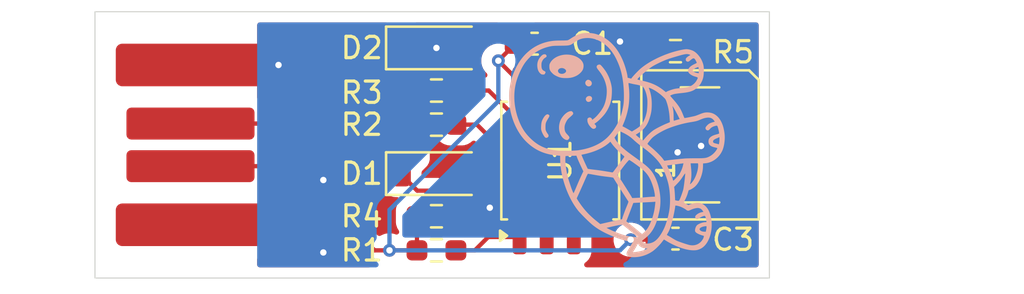
<source format=kicad_pcb>
(kicad_pcb (version 20241229) (generator "pcbnew") (generator_version "9.0")
  (layers (0 "F.Cu" signal) (2 "B.Cu" signal) (13 "F.Paste" user) (15 "B.Paste" user) (5 "F.SilkS" user "F.Silkscreen") (7 "B.SilkS" user "B.Silkscreen") (1 "F.Mask" user) (3 "B.Mask" user) (25 "Edge.Cuts" user))
  (net 0 "")
  (net 1 "VCC")
  (net 2 "GND")
  (net 3 "Net-(D1-K)")
  (net 4 "Net-(D2-K)")
  (net 5 "Net-(D3-DIN)")
  (net 6 "Net-(U1-~{RESET}{slash}PB5)")
  (net 7 "PB4")
  (net 8 "PB3")
  (net 9 "PB0")
  (net 10 "PB2")
  (net 11 "PB1")
  (footprint "Resistor_SMD:R_0603_1608Metric_Pad0.98x0.95mm_HandSolder" (layer "F.Cu") (at 46 26.2 180)
    (property "Reference" "R1" (at 3.5 0 0) (layer "F.SilkS"))
    (property "Value" "10k")
    (pad "1" smd roundrect (at -0.9125 0 180) (size 0.975 0.95) (layers "F.Cu" "F.Mask" "F.Paste") (net 6 "Net-(U1-~{RESET}{slash}PB5)"))
    (pad "2" smd roundrect (at 0.9125 0 180) (size 0.975 0.95) (layers "F.Cu" "F.Mask" "F.Paste") (net 1 "VCC"))
  )
  (footprint "Resistor_SMD:R_0603_1608Metric_Pad0.98x0.95mm_HandSolder" (layer "F.Cu") (at 46 18.7 180)
    (property "Reference" "R3" (at 3.5 -0.1 0) (layer "F.SilkS"))
    (property "Value" "68")
    (pad "1" smd roundrect (at -0.9125 0 180) (size 0.975 0.95) (layers "F.Cu" "F.Mask" "F.Paste") (net 7 "PB4"))
    (pad "2" smd roundrect (at 0.9125 0 180) (size 0.975 0.95) (layers "F.Cu" "F.Mask" "F.Paste") (net 4 "Net-(D2-K)"))
  )
  (footprint "Resistor_SMD:R_0603_1608Metric_Pad0.98x0.95mm_HandSolder" (layer "F.Cu") (at 46 24.6)
    (property "Reference" "R4" (at -3.5 0 0) (layer "F.SilkS"))
    (property "Value" "1.5k")
    (pad "1" smd roundrect (at -0.9125 0) (size 0.975 0.95) (layers "F.Cu" "F.Mask" "F.Paste") (net 1 "VCC"))
    (pad "2" smd roundrect (at 0.9125 0) (size 0.975 0.95) (layers "F.Cu" "F.Mask" "F.Paste") (net 3 "Net-(D1-K)"))
  )
  (footprint "Capacitor_SMD:C_0603_1608Metric_Pad1.08x0.95mm_HandSolder" (layer "F.Cu") (at 57.2 25.65)
    (property "Reference" "C3" (at 2.7 0.05 0) (layer "F.SilkS"))
    (property "Value" "100nF")
    (pad "1" smd roundrect (at -0.8625 0) (size 1.075 0.95) (layers "F.Cu" "F.Mask" "F.Paste") (net 1 "VCC"))
    (pad "2" smd roundrect (at 0.8625 0) (size 1.075 0.95) (layers "F.Cu" "F.Mask" "F.Paste") (net 2 "GND"))
  )
  (footprint "Capacitor_SMD:C_0603_1608Metric_Pad1.08x0.95mm_HandSolder" (layer "F.Cu") (at 50.6 16.5)
    (property "Reference" "C1" (at 2.7 0 0) (layer "F.SilkS"))
    (property "Value" "100nF")
    (pad "1" smd roundrect (at -0.8625 0) (size 1.075 0.95) (layers "F.Cu" "F.Mask" "F.Paste") (net 1 "VCC"))
    (pad "2" smd roundrect (at 0.8625 0) (size 1.075 0.95) (layers "F.Cu" "F.Mask" "F.Paste") (net 2 "GND"))
  )
  (footprint "LED_SMD:LED_WS2812B_PLCC4_5.0x5.0mm_P3.2mm" (layer "F.Cu") (at 58.35 21.25 90)
    (property "Reference" "D3" (hide yes))
    (property "Value" "WS2812B")
    (fp_text user "1" (at -1.2 -1.6 90) (layer "F.SilkS") (effects (font (size 0.8 0.8))))
    (pad "1" smd roundrect (at -2.45 -1.65 90) (size 1.5 0.9) (layers "F.Cu" "F.Mask" "F.Paste") (roundrect_rratio 0.1) (net 1 "VCC"))
    (pad "2" smd roundrect (at -2.45 1.65 90) (size 1.5 0.9) (layers "F.Cu" "F.Mask" "F.Paste") (roundrect_rratio 0.1))
    (pad "3" smd roundrect (at 2.45 1.65 90) (size 1.5 0.9) (layers "F.Cu" "F.Mask" "F.Paste") (roundrect_rratio 0.1) (net 2 "GND"))
    (pad "4" smd roundrect (at 2.45 -1.65 90) (size 1.5 0.9) (layers "F.Cu" "F.Mask" "F.Paste") (roundrect_rratio 0.1) (net 5 "Net-(D3-DIN)"))
  )
  (footprint "Resistor_SMD:R_0603_1608Metric_Pad0.98x0.95mm_HandSolder" (layer "F.Cu") (at 57.2 16.85)
    (property "Reference" "R5" (at 2.7 0.05 0) (layer "F.SilkS"))
    (property "Value" "470")
    (pad "1" smd roundrect (at -0.9125 0) (size 0.975 0.95) (layers "F.Cu" "F.Mask" "F.Paste") (net 10 "PB2"))
    (pad "2" smd roundrect (at 0.9125 0) (size 0.975 0.95) (layers "F.Cu" "F.Mask" "F.Paste") (net 5 "Net-(D3-DIN)"))
  )
  (footprint "Diode_SMD:D_SOD-123" (layer "F.Cu") (at 46 16.7)
    (property "Reference" "D2" (at -3.5 0 0) (layer "F.SilkS"))
    (property "Value" "3V6")
    (pad "1" smd roundrect (at -1.65 0) (size 0.9 1.2) (layers "F.Cu" "F.Mask" "F.Paste") (net 4 "Net-(D2-K)"))
    (pad "2" smd roundrect (at 1.65 0) (size 0.9 1.2) (layers "F.Cu" "F.Mask" "F.Paste") (net 2 "GND"))
  )
  (footprint "arthur:USB A Male PCB" (layer "F.Cu") (at 34.475 21.25)
    (property "Reference" "U2" (hide yes))
    (property "Value" "~" (hide yes))
    (pad "1" smd roundrect (at 0 3.75) (size 7 2) (layers "F.Cu" "F.Mask" "F.Paste") (roundrect_rratio 0.15) (net 1 "VCC"))
    (pad "2" smd roundrect (at 0 1) (size 6 1.5) (layers "F.Cu" "F.Mask" "F.Paste") (roundrect_rratio 0.15) (net 3 "Net-(D1-K)"))
    (pad "3" smd roundrect (at 0 -1) (size 6 1.5) (layers "F.Cu" "F.Mask" "F.Paste") (roundrect_rratio 0.15) (net 4 "Net-(D2-K)"))
    (pad "4" smd roundrect (at 0 -3.75) (size 7 2) (layers "F.Cu" "F.Mask" "F.Paste") (roundrect_rratio 0.15) (net 2 "GND"))
  )
  (footprint "Diode_SMD:D_SOD-123" (layer "F.Cu") (at 46 22.6)
    (property "Reference" "D1" (at -3.5 0 0) (layer "F.SilkS"))
    (property "Value" "3V6")
    (pad "1" smd roundrect (at -1.65 0) (size 0.9 1.2) (layers "F.Cu" "F.Mask" "F.Paste") (net 3 "Net-(D1-K)"))
    (pad "2" smd roundrect (at 1.65 0) (size 0.9 1.2) (layers "F.Cu" "F.Mask" "F.Paste") (net 2 "GND"))
  )
  (footprint "Resistor_SMD:R_0603_1608Metric_Pad0.98x0.95mm_HandSolder" (layer "F.Cu") (at 46 20.3 180)
    (property "Reference" "R2" (at 3.5 0 0) (layer "F.SilkS"))
    (property "Value" "68")
    (pad "1" smd roundrect (at -0.9125 0 180) (size 0.975 0.95) (layers "F.Cu" "F.Mask" "F.Paste") (net 8 "PB3"))
    (pad "2" smd roundrect (at 0.9125 0 180) (size 0.975 0.95) (layers "F.Cu" "F.Mask" "F.Paste") (net 3 "Net-(D1-K)"))
  )
  (footprint "Package_SO:SOIC-8_5.3x5.3mm_P1.27mm" (layer "F.Cu") (at 51.8 21.9875 90)
    (property "Reference" "U1" (at 0 0 90) (layer "F.SilkS"))
    (property "Value" "ATtiny85-20S" (hide yes))
    (pad "1" smd roundrect (at -3.5875 -1.905 90) (size 1.625 0.65) (layers "F.Cu" "F.Mask" "F.Paste") (net 6 "Net-(U1-~{RESET}{slash}PB5)"))
    (pad "2" smd roundrect (at -3.5875 -0.635 90) (size 1.625 0.65) (layers "F.Cu" "F.Mask" "F.Paste") (net 8 "PB3"))
    (pad "3" smd roundrect (at -3.5875 0.635 90) (size 1.625 0.65) (layers "F.Cu" "F.Mask" "F.Paste") (net 7 "PB4"))
    (pad "4" smd roundrect (at -3.5875 1.905 90) (size 1.625 0.65) (layers "F.Cu" "F.Mask" "F.Paste") (net 2 "GND"))
    (pad "5" smd roundrect (at 3.5875 1.905 90) (size 1.625 0.65) (layers "F.Cu" "F.Mask" "F.Paste") (net 9 "PB0"))
    (pad "6" smd roundrect (at 3.5875 0.635 90) (size 1.625 0.65) (layers "F.Cu" "F.Mask" "F.Paste") (net 11 "PB1"))
    (pad "7" smd roundrect (at 3.5875 -0.635 90) (size 1.625 0.65) (layers "F.Cu" "F.Mask" "F.Paste") (net 10 "PB2"))
    (pad "8" smd roundrect (at 3.5875 -1.905 90) (size 1.625 0.65) (layers "F.Cu" "F.Mask" "F.Paste") (net 1 "VCC"))
  )
  (footprint "arthur:Tortue" (layer "B.Cu") (at 59.742339 15.729088 -90)
    (property "Reference" "REF**" (hide yes))
    (property "Value" "Tortue" (hide yes))
  )
  (gr_rect (start 30 15) (end 61.6 27.5) (stroke (width 0.05)) (fill no) (layer "Edge.Cuts"))
  (segment (start 34.475 25) (end 41.9 25) (width 0.2) (layer "F.Cu") (net 1))
  (segment (start 48.9 17.3) (end 49.895 18.295) (width 0.2) (layer "F.Cu") (net 1))
  (segment (start 45.0875 26.2) (end 45.0875 24.6) (width 0.2) (layer "F.Cu") (net 1))
  (segment (start 56.2875 25.7) (end 56.3375 25.65) (width 0.2) (layer "F.Cu") (net 1))
  (segment (start 49.3 16.3) (end 49.5375 16.3) (width 0.2) (layer "F.Cu") (net 1))
  (segment (start 56.6 25.3875) (end 56.6 23.8) (width 0.2) (layer "F.Cu") (net 1))
  (segment (start 43.1 26.2) (end 43.8 26.2) (width 0.2) (layer "F.Cu") (net 1))
  (segment (start 55.1 25.7) (end 56.2875 25.7) (width 0.2) (layer "F.Cu") (net 1))
  (segment (start 56.6 23.8) (end 56.7 23.7) (width 0.2) (layer "F.Cu") (net 1))
  (segment (start 48.9 17.3) (end 49.6 16.6) (width 0.2) (layer "F.Cu") (net 1))
  (segment (start 41.9 25) (end 43.1 26.2) (width 0.2) (layer "F.Cu") (net 1))
  (segment (start 49.895 18.295) (end 49.895 18.4) (width 0.2) (layer "F.Cu") (net 1))
  (segment (start 43.8 26.2) (end 45.0875 26.2) (width 0.2) (layer "F.Cu") (net 1))
  (segment (start 49.6 16.6) (end 49.3 16.3) (width 0.2) (layer "F.Cu") (net 1))
  (segment (start 56.3375 25.65) (end 56.6 25.3875) (width 0.2) (layer "F.Cu") (net 1))
  (via (at 48.9 17.3) (size 0.6) (drill 0.3) (layers "F.Cu" "B.Cu") (net 1))
  (via (at 55.1 25.7) (size 0.6) (drill 0.3) (layers "F.Cu" "B.Cu") (net 1))
  (via (at 43.8 26.2) (size 0.6) (drill 0.3) (layers "F.Cu" "B.Cu") (net 1))
  (segment (start 54.6 26.2) (end 55.1 25.7) (width 0.2) (layer "B.Cu") (net 1))
  (segment (start 48.9 19.2) (end 43.8 24.3) (width 0.2) (layer "B.Cu") (net 1))
  (segment (start 48.9 17.3) (end 48.9 19.2) (width 0.2) (layer "B.Cu") (net 1))
  (segment (start 43.8 26.2) (end 54.6 26.2) (width 0.2) (layer "B.Cu") (net 1))
  (segment (start 43.8 24.3) (end 43.8 26.2) (width 0.2) (layer "B.Cu") (net 1))
  (segment (start 34.475 17.5) (end 34.576 17.399) (width 0.2) (layer "F.Cu") (net 2))
  (via (at 54.6 16.4) (size 0.6) (drill 0.3) (layers "F.Cu" "B.Cu") (net 2))
  (via (at 58.4 21.3) (size 0.6) (drill 0.3) (layers "F.Cu" "B.Cu") (net 2))
  (via (at 46 16.7) (size 0.6) (drill 0.3) (layers "F.Cu" "B.Cu") (net 2))
  (via (at 40.7 22.9) (size 0.6) (drill 0.3) (layers "F.Cu" "B.Cu") (net 2))
  (via (at 48.5 24.2) (size 0.6) (drill 0.3) (layers "F.Cu" "B.Cu") (net 2))
  (via (at 57.3 21.6) (size 0.6) (drill 0.3) (layers "F.Cu" "B.Cu") (net 2))
  (via (at 40.7 26.3) (size 0.6) (drill 0.3) (layers "F.Cu" "B.Cu") (net 2))
  (via (at 38.6 17.5) (size 0.6) (drill 0.3) (layers "F.Cu" "B.Cu") (net 2))
  (segment (start 45.0875 20.3) (end 45.0875 21.8625) (width 0.2) (layer "F.Cu") (net 3))
  (segment (start 45.0875 21.8625) (end 44.35 22.6) (width 0.2) (layer "F.Cu") (net 3))
  (segment (start 44.35 22.65) (end 45.1 23.4) (width 0.2) (layer "F.Cu") (net 3))
  (segment (start 46 23.4) (end 46.9125 24.3125) (width 0.2) (layer "F.Cu") (net 3))
  (segment (start 44.35 22.6) (end 44.35 22.65) (width 0.2) (layer "F.Cu") (net 3))
  (segment (start 40.4 20.3) (end 45.0875 20.3) (width 0.2) (layer "F.Cu") (net 3))
  (segment (start 38.45 22.25) (end 40.4 20.3) (width 0.2) (layer "F.Cu") (net 3))
  (segment (start 46.9125 24.3125) (end 46.9125 24.6) (width 0.2) (layer "F.Cu") (net 3))
  (segment (start 45.1 23.4) (end 46 23.4) (width 0.2) (layer "F.Cu") (net 3))
  (segment (start 34.525 22.2) (end 34.475 22.25) (width 0.2) (layer "F.Cu") (net 3))
  (segment (start 34.475 22.25) (end 38.45 22.25) (width 0.2) (layer "F.Cu") (net 3))
  (segment (start 34.475 20.25) (end 38.45 20.25) (width 0.2) (layer "F.Cu") (net 4))
  (segment (start 38.45 20.25) (end 40 18.7) (width 0.2) (layer "F.Cu") (net 4))
  (segment (start 45.0875 18.7) (end 45.0875 17.4375) (width 0.2) (layer "F.Cu") (net 4))
  (segment (start 34.525 20.3) (end 34.475 20.25) (width 0.2) (layer "F.Cu") (net 4))
  (segment (start 40 18.7) (end 45.0875 18.7) (width 0.2) (layer "F.Cu") (net 4))
  (segment (start 45.0875 17.4375) (end 44.35 16.7) (width 0.2) (layer "F.Cu") (net 4))
  (segment (start 56.7 18.8) (end 58.1125 17.3875) (width 0.2) (layer "F.Cu") (net 5))
  (segment (start 58.1125 17.3875) (end 58.1125 16.85) (width 0.2) (layer "F.Cu") (net 5))
  (segment (start 46.9125 26.2) (end 47.8 26.2) (width 0.2) (layer "F.Cu") (net 6))
  (segment (start 48.425 25.575) (end 49.895 25.575) (width 0.2) (layer "F.Cu") (net 6))
  (segment (start 47.8 26.2) (end 48.425 25.575) (width 0.2) (layer "F.Cu") (net 6))
  (segment (start 52.435 22.685) (end 52.435 25.575) (width 0.2) (layer "F.Cu") (net 7))
  (segment (start 46.9125 18.7) (end 48.45 18.7) (width 0.2) (layer "F.Cu") (net 7))
  (segment (start 48.45 18.7) (end 52.435 22.685) (width 0.2) (layer "F.Cu") (net 7))
  (segment (start 49.508726 21.402437) (end 49.41963 21.491532) (width 0.2) (layer "F.Cu") (net 8))
  (segment (start 50.739095 22.304708) (end 50.65707 22.222683) (width 0.2) (layer "F.Cu") (net 8))
  (segment (start 51.165 23.565) (end 50.65 23.05) (width 0.2) (layer "F.Cu") (net 8))
  (segment (start 49.822681 22.72897) (end 50.075828 22.475827) (width 0.2) (layer "F.Cu") (net 8))
  (segment (start 49.665704 22.065704) (end 49.918848 21.812559) (width 0.2) (layer "F.Cu") (net 8))
  (segment (start 47.9 20.3) (end 47.2125 20.3) (width 0.2) (layer "F.Cu") (net 8))
  (segment (start 47.9 20.3) (end 49.091532 21.491532) (width 0.2) (layer "F.Cu") (net 8))
  (segment (start 50.075828 22.475827) (end 50.328973 22.222683) (width 0.2) (layer "F.Cu") (net 8))
  (segment (start 49.412559 22.318848) (end 49.665704 22.065704) (width 0.2) (layer "F.Cu") (net 8))
  (segment (start 49.494585 22.728971) (end 49.41256 22.646946) (width 0.2) (layer "F.Cu") (net 8))
  (segment (start 49.918848 21.484462) (end 49.836823 21.402437) (width 0.2) (layer "F.Cu") (net 8))
  (segment (start 50.65 22.721902) (end 50.739095 22.632806) (width 0.2) (layer "F.Cu") (net 8))
  (segment (start 51.165 25.575) (end 51.165 23.565) (width 0.2) (layer "F.Cu") (net 8))
  (arc (start 49.822681 22.72897) (mid 49.658632 22.796921) (end 49.494585 22.728971) (width 0.2) (layer "F.Cu") (net 8))
  (arc (start 49.836823 21.402437) (mid 49.672775 21.334485) (end 49.508726 21.402437) (width 0.2) (layer "F.Cu") (net 8))
  (arc (start 49.918848 21.812559) (mid 49.986799 21.64851) (end 49.918848 21.484462) (width 0.2) (layer "F.Cu") (net 8))
  (arc (start 50.65707 22.222683) (mid 50.493022 22.154731) (end 50.328973 22.222683) (width 0.2) (layer "F.Cu") (net 8))
  (arc (start 49.41256 22.646946) (mid 49.344608 22.482898) (end 49.412559 22.318848) (width 0.2) (layer "F.Cu") (net 8))
  (arc (start 50.65 23.05) (mid 50.582049 22.885951) (end 50.65 22.721902) (width 0.2) (layer "F.Cu") (net 8))
  (arc (start 50.739095 22.632806) (mid 50.807046 22.468757) (end 50.739095 22.304708) (width 0.2) (layer "F.Cu") (net 8))
  (arc (start 49.41963 21.491532) (mid 49.255581 21.559483) (end 49.091532 21.491532) (width 0.2) (layer "F.Cu") (net 8))
  (segment (start 51.165 19.212499) (end 51.165 18.4) (width 0.2) (layer "F.Cu") (net 10))
  (segment (start 56.2875 16.85) (end 55.2 17.9375) (width 0.2) (layer "F.Cu") (net 10))
  (segment (start 55.2 19) (end 54.4 19.8) (width 0.2) (layer "F.Cu") (net 10))
  (segment (start 55.2 17.9375) (end 55.2 19) (width 0.2) (layer "F.Cu") (net 10))
  (segment (start 51.752501 19.8) (end 51.165 19.212499) (width 0.2) (layer "F.Cu") (net 10))
  (segment (start 54.4 19.8) (end 51.752501 19.8) (width 0.2) (layer "F.Cu") (net 10))
  (zone (net 2) (net_name "GND") (layers "F.Cu" "B.Cu") (connect_pads yes (clearance 0.5)) (min_thickness 0.25) (fill yes (thermal_gap 0.5) (thermal_bridge_width 0.5) (island_removal_mode 2) (island_area_min 5))
    (polygon (pts (xy 37.6 15.1) (xy 37.6 27.4) (xy 61.5 27.4) (xy 61.5 15.1)))
  )
)
</source>
